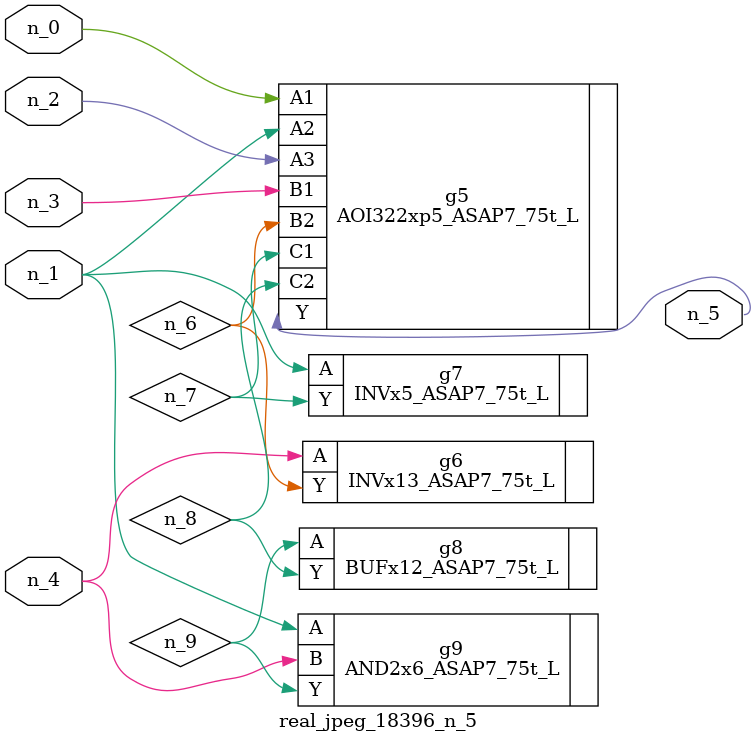
<source format=v>
module real_jpeg_18396_n_5 (n_4, n_0, n_1, n_2, n_3, n_5);

input n_4;
input n_0;
input n_1;
input n_2;
input n_3;

output n_5;

wire n_8;
wire n_6;
wire n_7;
wire n_9;

AOI322xp5_ASAP7_75t_L g5 ( 
.A1(n_0),
.A2(n_1),
.A3(n_2),
.B1(n_3),
.B2(n_6),
.C1(n_7),
.C2(n_8),
.Y(n_5)
);

INVx5_ASAP7_75t_L g7 ( 
.A(n_1),
.Y(n_7)
);

AND2x6_ASAP7_75t_L g9 ( 
.A(n_1),
.B(n_4),
.Y(n_9)
);

INVx13_ASAP7_75t_L g6 ( 
.A(n_4),
.Y(n_6)
);

BUFx12_ASAP7_75t_L g8 ( 
.A(n_9),
.Y(n_8)
);


endmodule
</source>
